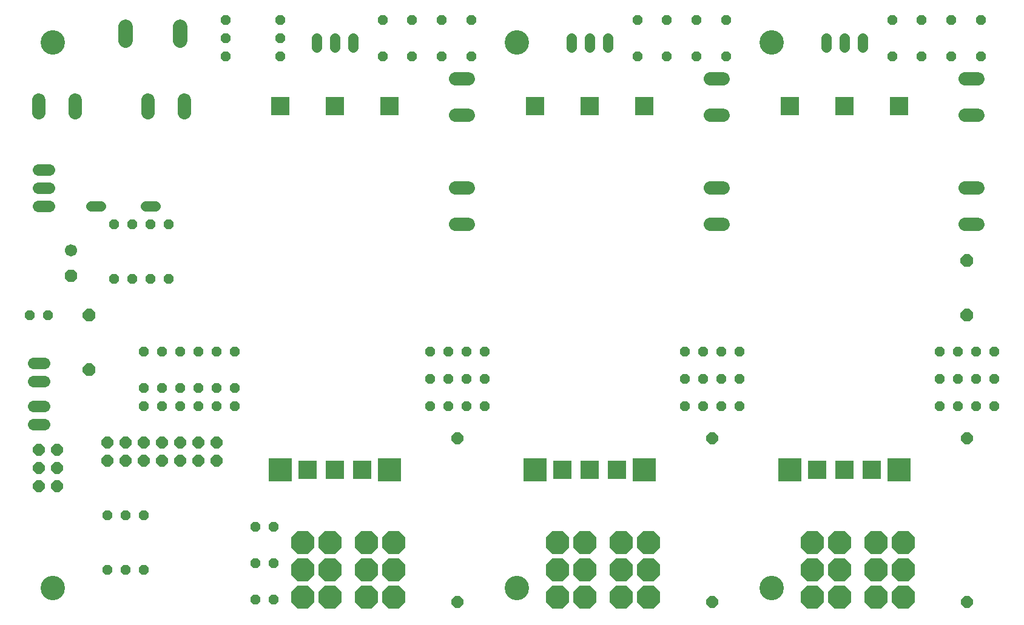
<source format=gbs>
G75*
%MOIN*%
%OFA0B0*%
%FSLAX25Y25*%
%IPPOS*%
%LPD*%
%AMOC8*
5,1,8,0,0,1.08239X$1,22.5*
%
%ADD10C,0.07450*%
%ADD11C,0.13400*%
%ADD12OC8,0.05600*%
%ADD13C,0.06400*%
%ADD14OC8,0.07000*%
%ADD15OC8,0.06400*%
%ADD16OC8,0.12900*%
%ADD17C,0.05600*%
%ADD18OC8,0.06700*%
%ADD19C,0.06700*%
%ADD20C,0.08077*%
%ADD21R,0.09849X0.09849*%
%ADD22R,0.13061X0.13061*%
D10*
X0511475Y0510000D02*
X0518525Y0510000D01*
X0518525Y0530000D02*
X0511475Y0530000D01*
X0511475Y0570000D02*
X0518525Y0570000D01*
X0518525Y0590000D02*
X0511475Y0590000D01*
X0651475Y0590000D02*
X0658525Y0590000D01*
X0658525Y0570000D02*
X0651475Y0570000D01*
X0651475Y0530000D02*
X0658525Y0530000D01*
X0658525Y0510000D02*
X0651475Y0510000D01*
X0791475Y0510000D02*
X0798525Y0510000D01*
X0798525Y0530000D02*
X0791475Y0530000D01*
X0791475Y0570000D02*
X0798525Y0570000D01*
X0798525Y0590000D02*
X0791475Y0590000D01*
X0362500Y0578525D02*
X0362500Y0571475D01*
X0342500Y0571475D02*
X0342500Y0578525D01*
X0302500Y0578525D02*
X0302500Y0571475D01*
X0282500Y0571475D02*
X0282500Y0578525D01*
D11*
X0290000Y0310000D03*
X0545000Y0310000D03*
X0685000Y0310000D03*
X0685000Y0610000D03*
X0545000Y0610000D03*
X0290000Y0610000D03*
D12*
X0385000Y0612500D03*
X0385000Y0602500D03*
X0385000Y0622500D03*
X0415000Y0622500D03*
X0415000Y0612500D03*
X0415000Y0602500D03*
X0471250Y0602500D03*
X0487500Y0602500D03*
X0503750Y0602500D03*
X0520000Y0602500D03*
X0520000Y0622500D03*
X0503750Y0622500D03*
X0487500Y0622500D03*
X0471250Y0622500D03*
X0611250Y0622500D03*
X0627500Y0622500D03*
X0643750Y0622500D03*
X0660000Y0622500D03*
X0660000Y0602500D03*
X0643750Y0602500D03*
X0627500Y0602500D03*
X0611250Y0602500D03*
X0751250Y0602500D03*
X0767500Y0602500D03*
X0783750Y0602500D03*
X0800000Y0602500D03*
X0800000Y0622500D03*
X0783750Y0622500D03*
X0767500Y0622500D03*
X0751250Y0622500D03*
X0777500Y0440000D03*
X0787500Y0440000D03*
X0797500Y0440000D03*
X0807500Y0440000D03*
X0807500Y0425000D03*
X0797500Y0425000D03*
X0787500Y0425000D03*
X0777500Y0425000D03*
X0777500Y0410000D03*
X0787500Y0410000D03*
X0797500Y0410000D03*
X0807500Y0410000D03*
X0667500Y0410000D03*
X0657500Y0410000D03*
X0647500Y0410000D03*
X0637500Y0410000D03*
X0637500Y0425000D03*
X0647500Y0425000D03*
X0657500Y0425000D03*
X0667500Y0425000D03*
X0667500Y0440000D03*
X0657500Y0440000D03*
X0647500Y0440000D03*
X0637500Y0440000D03*
X0527500Y0440000D03*
X0517500Y0440000D03*
X0507500Y0440000D03*
X0497500Y0440000D03*
X0497500Y0425000D03*
X0507500Y0425000D03*
X0517500Y0425000D03*
X0527500Y0425000D03*
X0527500Y0410000D03*
X0517500Y0410000D03*
X0507500Y0410000D03*
X0497500Y0410000D03*
X0411250Y0343750D03*
X0401250Y0343750D03*
X0401250Y0323750D03*
X0411250Y0323750D03*
X0411250Y0303750D03*
X0401250Y0303750D03*
X0340000Y0320000D03*
X0330000Y0320000D03*
X0320000Y0320000D03*
X0320000Y0350000D03*
X0330000Y0350000D03*
X0340000Y0350000D03*
X0340000Y0410000D03*
X0340000Y0420000D03*
X0350000Y0420000D03*
X0350000Y0410000D03*
X0360000Y0410000D03*
X0360000Y0420000D03*
X0370000Y0420000D03*
X0370000Y0410000D03*
X0380000Y0410000D03*
X0380000Y0420000D03*
X0390000Y0420000D03*
X0390000Y0410000D03*
X0390000Y0440000D03*
X0380000Y0440000D03*
X0370000Y0440000D03*
X0360000Y0440000D03*
X0350000Y0440000D03*
X0340000Y0440000D03*
X0343750Y0480000D03*
X0353750Y0480000D03*
X0333750Y0480000D03*
X0323750Y0480000D03*
X0323750Y0510000D03*
X0333750Y0510000D03*
X0343750Y0510000D03*
X0353750Y0510000D03*
X0287500Y0460000D03*
X0277500Y0460000D03*
D13*
X0279500Y0433750D02*
X0285500Y0433750D01*
X0285500Y0423750D02*
X0279500Y0423750D01*
X0279500Y0410000D02*
X0285500Y0410000D01*
X0285500Y0400000D02*
X0279500Y0400000D01*
X0282000Y0520000D02*
X0288000Y0520000D01*
X0288000Y0530000D02*
X0282000Y0530000D01*
X0282000Y0540000D02*
X0288000Y0540000D01*
D14*
X0310000Y0460000D03*
X0310000Y0430000D03*
X0792500Y0460000D03*
X0792500Y0490000D03*
D15*
X0792500Y0392500D03*
X0792500Y0302500D03*
X0652500Y0302500D03*
X0652500Y0392500D03*
X0512500Y0392500D03*
X0512500Y0302500D03*
X0380000Y0380000D03*
X0380000Y0390000D03*
X0370000Y0390000D03*
X0370000Y0380000D03*
X0360000Y0380000D03*
X0360000Y0390000D03*
X0350000Y0390000D03*
X0350000Y0380000D03*
X0340000Y0380000D03*
X0340000Y0390000D03*
X0330000Y0390000D03*
X0330000Y0380000D03*
X0320000Y0380000D03*
X0320000Y0390000D03*
X0292500Y0386250D03*
X0282500Y0386250D03*
X0282500Y0376250D03*
X0282500Y0366250D03*
X0292500Y0366250D03*
X0292500Y0376250D03*
D16*
X0427500Y0335000D03*
X0442500Y0335000D03*
X0442500Y0320000D03*
X0427500Y0320000D03*
X0427500Y0305000D03*
X0442500Y0305000D03*
X0462500Y0305000D03*
X0462500Y0320000D03*
X0462500Y0335000D03*
X0477500Y0335000D03*
X0477500Y0320000D03*
X0477500Y0305000D03*
X0567500Y0305000D03*
X0582500Y0305000D03*
X0582500Y0320000D03*
X0567500Y0320000D03*
X0567500Y0335000D03*
X0582500Y0335000D03*
X0602500Y0335000D03*
X0617500Y0335000D03*
X0617500Y0320000D03*
X0602500Y0320000D03*
X0602500Y0305000D03*
X0617500Y0305000D03*
X0707500Y0305000D03*
X0707500Y0320000D03*
X0707500Y0335000D03*
X0722500Y0335000D03*
X0722500Y0320000D03*
X0722500Y0305000D03*
X0742500Y0305000D03*
X0757500Y0305000D03*
X0757500Y0320000D03*
X0742500Y0320000D03*
X0742500Y0335000D03*
X0757500Y0335000D03*
D17*
X0735000Y0607400D02*
X0735000Y0612600D01*
X0725000Y0612600D02*
X0725000Y0607400D01*
X0715000Y0607400D02*
X0715000Y0612600D01*
X0595000Y0612600D02*
X0595000Y0607400D01*
X0585000Y0607400D02*
X0585000Y0612600D01*
X0575000Y0612600D02*
X0575000Y0607400D01*
X0455000Y0607400D02*
X0455000Y0612600D01*
X0445000Y0612600D02*
X0445000Y0607400D01*
X0435000Y0607400D02*
X0435000Y0612600D01*
X0346350Y0520000D02*
X0341150Y0520000D01*
X0316350Y0520000D02*
X0311150Y0520000D01*
D18*
X0300000Y0481750D03*
D19*
X0300000Y0495750D03*
D20*
X0330000Y0611161D02*
X0330000Y0618839D01*
X0360000Y0618839D02*
X0360000Y0611161D01*
D21*
X0415000Y0575000D03*
X0445000Y0575000D03*
X0475000Y0575000D03*
X0555000Y0575000D03*
X0585000Y0575000D03*
X0615000Y0575000D03*
X0695000Y0575000D03*
X0725000Y0575000D03*
X0755000Y0575000D03*
X0740000Y0375000D03*
X0725000Y0375000D03*
X0710000Y0375000D03*
X0600000Y0375000D03*
X0585000Y0375000D03*
X0570000Y0375000D03*
X0460000Y0375000D03*
X0445000Y0375000D03*
X0430000Y0375000D03*
D22*
X0415000Y0375000D03*
X0475000Y0375000D03*
X0555000Y0375000D03*
X0615000Y0375000D03*
X0695000Y0375000D03*
X0755000Y0375000D03*
M02*

</source>
